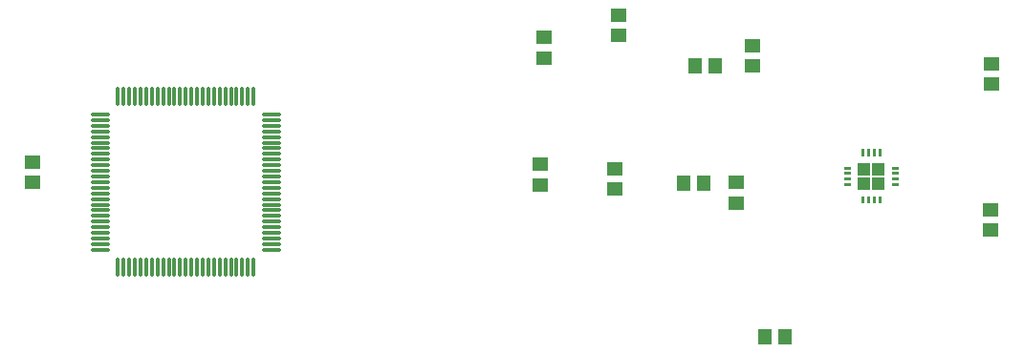
<source format=gtp>
G04*
G04 #@! TF.GenerationSoftware,Altium Limited,Altium Designer,20.0.9 (164)*
G04*
G04 Layer_Color=8421504*
%FSLAX25Y25*%
%MOIN*%
G70*
G01*
G75*
%ADD16R,0.04724X0.05512*%
%ADD17R,0.05512X0.04724*%
%ADD18O,0.06890X0.01181*%
%ADD19O,0.01181X0.06890*%
G36*
X419500Y351547D02*
Y350547D01*
X421900D01*
Y351547D01*
X419500D01*
D02*
G37*
G36*
Y353516D02*
Y352516D01*
X421900D01*
Y353516D01*
X419500D01*
D02*
G37*
G36*
X425547Y346900D02*
Y344500D01*
X426547D01*
Y346900D01*
X425547D01*
D02*
G37*
G36*
X427516D02*
Y344500D01*
X428516D01*
Y346900D01*
X427516D01*
D02*
G37*
G36*
X424306Y353607D02*
Y349307D01*
X428607D01*
Y353607D01*
X424306D01*
D02*
G37*
G36*
X428516Y361100D02*
X427516D01*
Y363500D01*
X428516D01*
Y361100D01*
D02*
G37*
G36*
X426547D02*
X425547D01*
Y363500D01*
X426547D01*
Y361100D01*
D02*
G37*
G36*
X421900Y356453D02*
X419500D01*
Y357453D01*
X421900D01*
Y356453D01*
D02*
G37*
G36*
Y354484D02*
X419500D01*
Y355484D01*
X421900D01*
Y354484D01*
D02*
G37*
G36*
X428607Y354394D02*
X424306D01*
Y358694D01*
X428607D01*
Y354394D01*
D02*
G37*
G36*
X429484Y346900D02*
Y344500D01*
X430484D01*
Y346900D01*
X429484D01*
D02*
G37*
G36*
X431453D02*
Y344500D01*
X432453D01*
Y346900D01*
X431453D01*
D02*
G37*
G36*
X429393Y353607D02*
Y349307D01*
X433694D01*
Y353607D01*
X429393D01*
D02*
G37*
G36*
X436100Y351547D02*
Y350547D01*
X438500D01*
Y351547D01*
X436100D01*
D02*
G37*
G36*
Y353516D02*
Y352516D01*
X438500D01*
Y353516D01*
X436100D01*
D02*
G37*
G36*
X432453Y361100D02*
X431453D01*
Y363500D01*
X432453D01*
Y361100D01*
D02*
G37*
G36*
X430484D02*
X429484D01*
Y363500D01*
X430484D01*
Y361100D01*
D02*
G37*
G36*
X433694Y354394D02*
X429393D01*
Y358694D01*
X433694D01*
Y354394D01*
D02*
G37*
G36*
X436100Y355484D02*
Y354484D01*
X438500D01*
Y355484D01*
X436100D01*
D02*
G37*
G36*
Y357453D02*
Y356453D01*
X438500D01*
Y357453D01*
X436100D01*
D02*
G37*
D16*
X391957Y298000D02*
D03*
X399043D02*
D03*
X363457Y351725D02*
D03*
X370543D02*
D03*
X367500Y392725D02*
D03*
X374587D02*
D03*
D17*
X136500Y351957D02*
D03*
Y359043D02*
D03*
X341000Y403182D02*
D03*
Y410268D02*
D03*
X315000Y395457D02*
D03*
Y402543D02*
D03*
X313500Y351138D02*
D03*
Y358225D02*
D03*
X339500Y356725D02*
D03*
Y349638D02*
D03*
X470500Y335182D02*
D03*
Y342268D02*
D03*
X471000Y393268D02*
D03*
Y386182D02*
D03*
X382000Y351831D02*
D03*
Y344745D02*
D03*
X387500Y392682D02*
D03*
Y399768D02*
D03*
D18*
X160177Y375622D02*
D03*
Y373654D02*
D03*
Y371685D02*
D03*
Y369717D02*
D03*
Y367748D02*
D03*
Y365779D02*
D03*
Y363811D02*
D03*
Y361842D02*
D03*
Y359874D02*
D03*
Y357906D02*
D03*
Y355937D02*
D03*
Y353969D02*
D03*
Y352000D02*
D03*
Y350031D02*
D03*
Y348063D02*
D03*
Y346094D02*
D03*
Y344126D02*
D03*
Y342158D02*
D03*
Y340189D02*
D03*
Y338221D02*
D03*
Y336252D02*
D03*
Y334283D02*
D03*
Y332315D02*
D03*
Y330346D02*
D03*
Y328378D02*
D03*
X219823D02*
D03*
Y330346D02*
D03*
Y332315D02*
D03*
Y334283D02*
D03*
Y336252D02*
D03*
Y338221D02*
D03*
Y340189D02*
D03*
Y342158D02*
D03*
Y344126D02*
D03*
Y346094D02*
D03*
Y348063D02*
D03*
Y350031D02*
D03*
Y352000D02*
D03*
Y353969D02*
D03*
Y355937D02*
D03*
Y357906D02*
D03*
Y359874D02*
D03*
Y361842D02*
D03*
Y363811D02*
D03*
Y365779D02*
D03*
Y367748D02*
D03*
Y369717D02*
D03*
Y371685D02*
D03*
Y373654D02*
D03*
Y375622D02*
D03*
D19*
X166378Y322177D02*
D03*
X168347D02*
D03*
X170315D02*
D03*
X172283D02*
D03*
X174252D02*
D03*
X176221D02*
D03*
X178189D02*
D03*
X180157D02*
D03*
X182126D02*
D03*
X184095D02*
D03*
X186063D02*
D03*
X188031D02*
D03*
X190000D02*
D03*
X191969D02*
D03*
X193937D02*
D03*
X195905D02*
D03*
X197874D02*
D03*
X199843D02*
D03*
X201811D02*
D03*
X203780D02*
D03*
X205748D02*
D03*
X207716D02*
D03*
X209685D02*
D03*
X211653D02*
D03*
X213622D02*
D03*
Y381823D02*
D03*
X211653D02*
D03*
X209685D02*
D03*
X207716D02*
D03*
X205748D02*
D03*
X203780D02*
D03*
X201811D02*
D03*
X199843D02*
D03*
X197874D02*
D03*
X195905D02*
D03*
X193937D02*
D03*
X191969D02*
D03*
X190000D02*
D03*
X188031D02*
D03*
X186063D02*
D03*
X184095D02*
D03*
X182126D02*
D03*
X180157D02*
D03*
X178189D02*
D03*
X176221D02*
D03*
X174252D02*
D03*
X172283D02*
D03*
X170315D02*
D03*
X168347D02*
D03*
X166378D02*
D03*
M02*

</source>
